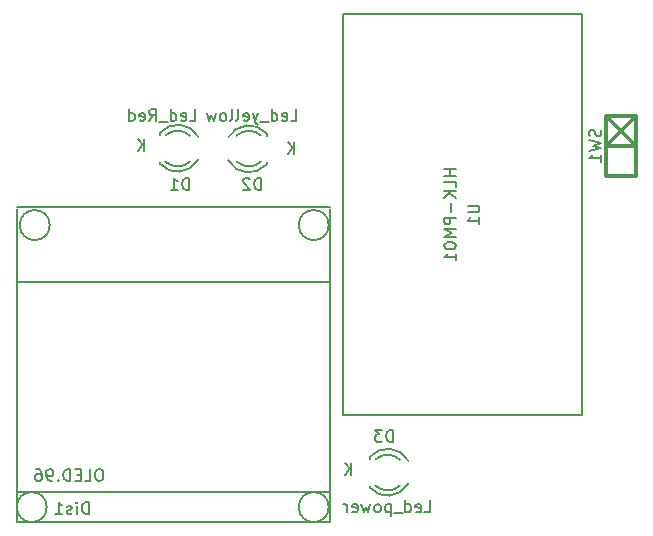
<source format=gbr>
G04 #@! TF.GenerationSoftware,KiCad,Pcbnew,5.0.2-bee76a0~70~ubuntu18.04.1*
G04 #@! TF.CreationDate,2019-09-27T11:54:25+02:00*
G04 #@! TF.ProjectId,Radiateur wemos,52616469-6174-4657-9572-2077656d6f73,rev?*
G04 #@! TF.SameCoordinates,Original*
G04 #@! TF.FileFunction,Legend,Bot*
G04 #@! TF.FilePolarity,Positive*
%FSLAX46Y46*%
G04 Gerber Fmt 4.6, Leading zero omitted, Abs format (unit mm)*
G04 Created by KiCad (PCBNEW 5.0.2-bee76a0~70~ubuntu18.04.1) date ven. 27 sept. 2019 11:54:25 CEST*
%MOMM*%
%LPD*%
G01*
G04 APERTURE LIST*
%ADD10C,0.150000*%
%ADD11C,0.200000*%
%ADD12C,0.304800*%
%ADD13C,0.203200*%
G04 APERTURE END LIST*
D10*
G04 #@! TO.C,D2*
X103852889Y-81123253D02*
G75*
G02X101805000Y-81104000I-1013889J1079253D01*
G01*
X104326220Y-81350726D02*
G75*
G02X101089000Y-81004000I-1497220J1306726D01*
G01*
X101786994Y-78910932D02*
G75*
G02X103890000Y-78910000I1052006J-1133068D01*
G01*
X101111256Y-79040357D02*
G75*
G02X104339000Y-78724000I1727744J-1003643D01*
G01*
X104339000Y-78730000D02*
X104339000Y-78910000D01*
X104339000Y-81324000D02*
X104339000Y-81124000D01*
G04 #@! TO.C,U1*
X110804000Y-68598000D02*
X131004000Y-68598000D01*
X110804000Y-102598000D02*
X110804000Y-68598000D01*
X111004000Y-102598000D02*
X110804000Y-102598000D01*
X131004000Y-102598000D02*
X111004000Y-102598000D01*
X131004000Y-68598000D02*
X131004000Y-102598000D01*
D11*
G04 #@! TO.C,Dis1*
X109601000Y-86487000D02*
G75*
G03X109601000Y-86487000I-1270000J0D01*
G01*
X85979000Y-86487000D02*
G75*
G03X85979000Y-86487000I-1270000J0D01*
G01*
X85725000Y-110363000D02*
G75*
G03X85725000Y-110363000I-1270000J0D01*
G01*
X109601000Y-110363000D02*
G75*
G03X109601000Y-110363000I-1270000J0D01*
G01*
X83185000Y-91313000D02*
X109685000Y-91313000D01*
X83185000Y-109093000D02*
X109685000Y-109093000D01*
X83185000Y-85133000D02*
X83185000Y-111633000D01*
X109685000Y-84963000D02*
X83185000Y-84963000D01*
X109685000Y-111633000D02*
X109685000Y-85133000D01*
X83185000Y-111633000D02*
X109685000Y-111633000D01*
D10*
G04 #@! TO.C,D1*
X95305000Y-78696000D02*
X95305000Y-78896000D01*
X95305000Y-81290000D02*
X95305000Y-81110000D01*
X98532744Y-80979643D02*
G75*
G02X95305000Y-81296000I-1727744J1003643D01*
G01*
X97857006Y-81109068D02*
G75*
G02X95754000Y-81110000I-1052006J1133068D01*
G01*
X95317780Y-78669274D02*
G75*
G02X98555000Y-79016000I1497220J-1306726D01*
G01*
X95791111Y-78896747D02*
G75*
G02X97839000Y-78916000I1013889J-1079253D01*
G01*
G04 #@! TO.C,D3*
X113085000Y-106128000D02*
X113085000Y-106328000D01*
X113085000Y-108722000D02*
X113085000Y-108542000D01*
X116312744Y-108411643D02*
G75*
G02X113085000Y-108728000I-1727744J1003643D01*
G01*
X115637006Y-108541068D02*
G75*
G02X113534000Y-108542000I-1052006J1133068D01*
G01*
X113097780Y-106101274D02*
G75*
G02X116335000Y-106448000I1497220J-1306726D01*
G01*
X113571111Y-106328747D02*
G75*
G02X115619000Y-106348000I1013889J-1079253D01*
G01*
D12*
G04 #@! TO.C,SW1*
X133096000Y-79756000D02*
X135636000Y-79756000D01*
X135636000Y-79756000D02*
X133096000Y-77216000D01*
X135636000Y-77216000D02*
X133096000Y-79756000D01*
X135636000Y-82296000D02*
X135636000Y-77216000D01*
X133096000Y-77216000D02*
X133096000Y-82296000D01*
X135636000Y-77216000D02*
X133096000Y-77216000D01*
X133096000Y-82296000D02*
X135636000Y-82296000D01*
G04 #@! TO.C,D2*
D10*
X103862095Y-83510380D02*
X103862095Y-82510380D01*
X103624000Y-82510380D01*
X103481142Y-82558000D01*
X103385904Y-82653238D01*
X103338285Y-82748476D01*
X103290666Y-82938952D01*
X103290666Y-83081809D01*
X103338285Y-83272285D01*
X103385904Y-83367523D01*
X103481142Y-83462761D01*
X103624000Y-83510380D01*
X103862095Y-83510380D01*
X102909714Y-82605619D02*
X102862095Y-82558000D01*
X102766857Y-82510380D01*
X102528761Y-82510380D01*
X102433523Y-82558000D01*
X102385904Y-82605619D01*
X102338285Y-82700857D01*
X102338285Y-82796095D01*
X102385904Y-82938952D01*
X102957333Y-83510380D01*
X102338285Y-83510380D01*
X106385904Y-77668380D02*
X106862095Y-77668380D01*
X106862095Y-76668380D01*
X105671619Y-77620761D02*
X105766857Y-77668380D01*
X105957333Y-77668380D01*
X106052571Y-77620761D01*
X106100190Y-77525523D01*
X106100190Y-77144571D01*
X106052571Y-77049333D01*
X105957333Y-77001714D01*
X105766857Y-77001714D01*
X105671619Y-77049333D01*
X105624000Y-77144571D01*
X105624000Y-77239809D01*
X106100190Y-77335047D01*
X104766857Y-77668380D02*
X104766857Y-76668380D01*
X104766857Y-77620761D02*
X104862095Y-77668380D01*
X105052571Y-77668380D01*
X105147809Y-77620761D01*
X105195428Y-77573142D01*
X105243047Y-77477904D01*
X105243047Y-77192190D01*
X105195428Y-77096952D01*
X105147809Y-77049333D01*
X105052571Y-77001714D01*
X104862095Y-77001714D01*
X104766857Y-77049333D01*
X104528761Y-77763619D02*
X103766857Y-77763619D01*
X103624000Y-77001714D02*
X103385904Y-77668380D01*
X103147809Y-77001714D02*
X103385904Y-77668380D01*
X103481142Y-77906476D01*
X103528761Y-77954095D01*
X103624000Y-78001714D01*
X102385904Y-77620761D02*
X102481142Y-77668380D01*
X102671619Y-77668380D01*
X102766857Y-77620761D01*
X102814476Y-77525523D01*
X102814476Y-77144571D01*
X102766857Y-77049333D01*
X102671619Y-77001714D01*
X102481142Y-77001714D01*
X102385904Y-77049333D01*
X102338285Y-77144571D01*
X102338285Y-77239809D01*
X102814476Y-77335047D01*
X101766857Y-77668380D02*
X101862095Y-77620761D01*
X101909714Y-77525523D01*
X101909714Y-76668380D01*
X101243047Y-77668380D02*
X101338285Y-77620761D01*
X101385904Y-77525523D01*
X101385904Y-76668380D01*
X100719238Y-77668380D02*
X100814476Y-77620761D01*
X100862095Y-77573142D01*
X100909714Y-77477904D01*
X100909714Y-77192190D01*
X100862095Y-77096952D01*
X100814476Y-77049333D01*
X100719238Y-77001714D01*
X100576380Y-77001714D01*
X100481142Y-77049333D01*
X100433523Y-77096952D01*
X100385904Y-77192190D01*
X100385904Y-77477904D01*
X100433523Y-77573142D01*
X100481142Y-77620761D01*
X100576380Y-77668380D01*
X100719238Y-77668380D01*
X100052571Y-77001714D02*
X99862095Y-77668380D01*
X99671619Y-77192190D01*
X99481142Y-77668380D01*
X99290666Y-77001714D01*
X106687904Y-80462380D02*
X106687904Y-79462380D01*
X106116476Y-80462380D02*
X106545047Y-79890952D01*
X106116476Y-79462380D02*
X106687904Y-80033809D01*
G04 #@! TO.C,U1*
X121356380Y-84836095D02*
X122165904Y-84836095D01*
X122261142Y-84883714D01*
X122308761Y-84931333D01*
X122356380Y-85026571D01*
X122356380Y-85217047D01*
X122308761Y-85312285D01*
X122261142Y-85359904D01*
X122165904Y-85407523D01*
X121356380Y-85407523D01*
X122356380Y-86407523D02*
X122356380Y-85836095D01*
X122356380Y-86121809D02*
X121356380Y-86121809D01*
X121499238Y-86026571D01*
X121594476Y-85931333D01*
X121642095Y-85836095D01*
X120356380Y-81764666D02*
X119356380Y-81764666D01*
X119832571Y-81764666D02*
X119832571Y-82336095D01*
X120356380Y-82336095D02*
X119356380Y-82336095D01*
X120356380Y-83288476D02*
X120356380Y-82812285D01*
X119356380Y-82812285D01*
X120356380Y-83621809D02*
X119356380Y-83621809D01*
X120356380Y-84193238D02*
X119784952Y-83764666D01*
X119356380Y-84193238D02*
X119927809Y-83621809D01*
X119975428Y-84621809D02*
X119975428Y-85383714D01*
X120356380Y-85859904D02*
X119356380Y-85859904D01*
X119356380Y-86240857D01*
X119404000Y-86336095D01*
X119451619Y-86383714D01*
X119546857Y-86431333D01*
X119689714Y-86431333D01*
X119784952Y-86383714D01*
X119832571Y-86336095D01*
X119880190Y-86240857D01*
X119880190Y-85859904D01*
X120356380Y-86859904D02*
X119356380Y-86859904D01*
X120070666Y-87193238D01*
X119356380Y-87526571D01*
X120356380Y-87526571D01*
X119356380Y-88193238D02*
X119356380Y-88288476D01*
X119404000Y-88383714D01*
X119451619Y-88431333D01*
X119546857Y-88478952D01*
X119737333Y-88526571D01*
X119975428Y-88526571D01*
X120165904Y-88478952D01*
X120261142Y-88431333D01*
X120308761Y-88383714D01*
X120356380Y-88288476D01*
X120356380Y-88193238D01*
X120308761Y-88098000D01*
X120261142Y-88050380D01*
X120165904Y-88002761D01*
X119975428Y-87955142D01*
X119737333Y-87955142D01*
X119546857Y-88002761D01*
X119451619Y-88050380D01*
X119404000Y-88098000D01*
X119356380Y-88193238D01*
X120356380Y-89478952D02*
X120356380Y-88907523D01*
X120356380Y-89193238D02*
X119356380Y-89193238D01*
X119499238Y-89098000D01*
X119594476Y-89002761D01*
X119642095Y-88907523D01*
G04 #@! TO.C,Dis1*
X89264952Y-110942380D02*
X89264952Y-109942380D01*
X89026857Y-109942380D01*
X88884000Y-109990000D01*
X88788761Y-110085238D01*
X88741142Y-110180476D01*
X88693523Y-110370952D01*
X88693523Y-110513809D01*
X88741142Y-110704285D01*
X88788761Y-110799523D01*
X88884000Y-110894761D01*
X89026857Y-110942380D01*
X89264952Y-110942380D01*
X88264952Y-110942380D02*
X88264952Y-110275714D01*
X88264952Y-109942380D02*
X88312571Y-109990000D01*
X88264952Y-110037619D01*
X88217333Y-109990000D01*
X88264952Y-109942380D01*
X88264952Y-110037619D01*
X87836380Y-110894761D02*
X87741142Y-110942380D01*
X87550666Y-110942380D01*
X87455428Y-110894761D01*
X87407809Y-110799523D01*
X87407809Y-110751904D01*
X87455428Y-110656666D01*
X87550666Y-110609047D01*
X87693523Y-110609047D01*
X87788761Y-110561428D01*
X87836380Y-110466190D01*
X87836380Y-110418571D01*
X87788761Y-110323333D01*
X87693523Y-110275714D01*
X87550666Y-110275714D01*
X87455428Y-110323333D01*
X86455428Y-110942380D02*
X87026857Y-110942380D01*
X86741142Y-110942380D02*
X86741142Y-109942380D01*
X86836380Y-110085238D01*
X86931619Y-110180476D01*
X87026857Y-110228095D01*
X90272857Y-107148380D02*
X90082380Y-107148380D01*
X89987142Y-107196000D01*
X89891904Y-107291238D01*
X89844285Y-107481714D01*
X89844285Y-107815047D01*
X89891904Y-108005523D01*
X89987142Y-108100761D01*
X90082380Y-108148380D01*
X90272857Y-108148380D01*
X90368095Y-108100761D01*
X90463333Y-108005523D01*
X90510952Y-107815047D01*
X90510952Y-107481714D01*
X90463333Y-107291238D01*
X90368095Y-107196000D01*
X90272857Y-107148380D01*
X88939523Y-108148380D02*
X89415714Y-108148380D01*
X89415714Y-107148380D01*
X88606190Y-107624571D02*
X88272857Y-107624571D01*
X88130000Y-108148380D02*
X88606190Y-108148380D01*
X88606190Y-107148380D01*
X88130000Y-107148380D01*
X87701428Y-108148380D02*
X87701428Y-107148380D01*
X87463333Y-107148380D01*
X87320476Y-107196000D01*
X87225238Y-107291238D01*
X87177619Y-107386476D01*
X87130000Y-107576952D01*
X87130000Y-107719809D01*
X87177619Y-107910285D01*
X87225238Y-108005523D01*
X87320476Y-108100761D01*
X87463333Y-108148380D01*
X87701428Y-108148380D01*
X86701428Y-108053142D02*
X86653809Y-108100761D01*
X86701428Y-108148380D01*
X86749047Y-108100761D01*
X86701428Y-108053142D01*
X86701428Y-108148380D01*
X86177619Y-108148380D02*
X85987142Y-108148380D01*
X85891904Y-108100761D01*
X85844285Y-108053142D01*
X85749047Y-107910285D01*
X85701428Y-107719809D01*
X85701428Y-107338857D01*
X85749047Y-107243619D01*
X85796666Y-107196000D01*
X85891904Y-107148380D01*
X86082380Y-107148380D01*
X86177619Y-107196000D01*
X86225238Y-107243619D01*
X86272857Y-107338857D01*
X86272857Y-107576952D01*
X86225238Y-107672190D01*
X86177619Y-107719809D01*
X86082380Y-107767428D01*
X85891904Y-107767428D01*
X85796666Y-107719809D01*
X85749047Y-107672190D01*
X85701428Y-107576952D01*
X84844285Y-107148380D02*
X85034761Y-107148380D01*
X85130000Y-107196000D01*
X85177619Y-107243619D01*
X85272857Y-107386476D01*
X85320476Y-107576952D01*
X85320476Y-107957904D01*
X85272857Y-108053142D01*
X85225238Y-108100761D01*
X85130000Y-108148380D01*
X84939523Y-108148380D01*
X84844285Y-108100761D01*
X84796666Y-108053142D01*
X84749047Y-107957904D01*
X84749047Y-107719809D01*
X84796666Y-107624571D01*
X84844285Y-107576952D01*
X84939523Y-107529333D01*
X85130000Y-107529333D01*
X85225238Y-107576952D01*
X85272857Y-107624571D01*
X85320476Y-107719809D01*
G04 #@! TO.C,D1*
X97766095Y-83510380D02*
X97766095Y-82510380D01*
X97528000Y-82510380D01*
X97385142Y-82558000D01*
X97289904Y-82653238D01*
X97242285Y-82748476D01*
X97194666Y-82938952D01*
X97194666Y-83081809D01*
X97242285Y-83272285D01*
X97289904Y-83367523D01*
X97385142Y-83462761D01*
X97528000Y-83510380D01*
X97766095Y-83510380D01*
X96242285Y-83510380D02*
X96813714Y-83510380D01*
X96528000Y-83510380D02*
X96528000Y-82510380D01*
X96623238Y-82653238D01*
X96718476Y-82748476D01*
X96813714Y-82796095D01*
X97837333Y-77668380D02*
X98313523Y-77668380D01*
X98313523Y-76668380D01*
X97123047Y-77620761D02*
X97218285Y-77668380D01*
X97408761Y-77668380D01*
X97504000Y-77620761D01*
X97551619Y-77525523D01*
X97551619Y-77144571D01*
X97504000Y-77049333D01*
X97408761Y-77001714D01*
X97218285Y-77001714D01*
X97123047Y-77049333D01*
X97075428Y-77144571D01*
X97075428Y-77239809D01*
X97551619Y-77335047D01*
X96218285Y-77668380D02*
X96218285Y-76668380D01*
X96218285Y-77620761D02*
X96313523Y-77668380D01*
X96504000Y-77668380D01*
X96599238Y-77620761D01*
X96646857Y-77573142D01*
X96694476Y-77477904D01*
X96694476Y-77192190D01*
X96646857Y-77096952D01*
X96599238Y-77049333D01*
X96504000Y-77001714D01*
X96313523Y-77001714D01*
X96218285Y-77049333D01*
X95980190Y-77763619D02*
X95218285Y-77763619D01*
X94408761Y-77668380D02*
X94742095Y-77192190D01*
X94980190Y-77668380D02*
X94980190Y-76668380D01*
X94599238Y-76668380D01*
X94504000Y-76716000D01*
X94456380Y-76763619D01*
X94408761Y-76858857D01*
X94408761Y-77001714D01*
X94456380Y-77096952D01*
X94504000Y-77144571D01*
X94599238Y-77192190D01*
X94980190Y-77192190D01*
X93599238Y-77620761D02*
X93694476Y-77668380D01*
X93884952Y-77668380D01*
X93980190Y-77620761D01*
X94027809Y-77525523D01*
X94027809Y-77144571D01*
X93980190Y-77049333D01*
X93884952Y-77001714D01*
X93694476Y-77001714D01*
X93599238Y-77049333D01*
X93551619Y-77144571D01*
X93551619Y-77239809D01*
X94027809Y-77335047D01*
X92694476Y-77668380D02*
X92694476Y-76668380D01*
X92694476Y-77620761D02*
X92789714Y-77668380D01*
X92980190Y-77668380D01*
X93075428Y-77620761D01*
X93123047Y-77573142D01*
X93170666Y-77477904D01*
X93170666Y-77192190D01*
X93123047Y-77096952D01*
X93075428Y-77049333D01*
X92980190Y-77001714D01*
X92789714Y-77001714D01*
X92694476Y-77049333D01*
X93987904Y-80208380D02*
X93987904Y-79208380D01*
X93416476Y-80208380D02*
X93845047Y-79636952D01*
X93416476Y-79208380D02*
X93987904Y-79779809D01*
G04 #@! TO.C,D3*
X115038095Y-104834380D02*
X115038095Y-103834380D01*
X114800000Y-103834380D01*
X114657142Y-103882000D01*
X114561904Y-103977238D01*
X114514285Y-104072476D01*
X114466666Y-104262952D01*
X114466666Y-104405809D01*
X114514285Y-104596285D01*
X114561904Y-104691523D01*
X114657142Y-104786761D01*
X114800000Y-104834380D01*
X115038095Y-104834380D01*
X114133333Y-103834380D02*
X113514285Y-103834380D01*
X113847619Y-104215333D01*
X113704761Y-104215333D01*
X113609523Y-104262952D01*
X113561904Y-104310571D01*
X113514285Y-104405809D01*
X113514285Y-104643904D01*
X113561904Y-104739142D01*
X113609523Y-104786761D01*
X113704761Y-104834380D01*
X113990476Y-104834380D01*
X114085714Y-104786761D01*
X114133333Y-104739142D01*
X117703047Y-110794380D02*
X118179238Y-110794380D01*
X118179238Y-109794380D01*
X116988761Y-110746761D02*
X117084000Y-110794380D01*
X117274476Y-110794380D01*
X117369714Y-110746761D01*
X117417333Y-110651523D01*
X117417333Y-110270571D01*
X117369714Y-110175333D01*
X117274476Y-110127714D01*
X117084000Y-110127714D01*
X116988761Y-110175333D01*
X116941142Y-110270571D01*
X116941142Y-110365809D01*
X117417333Y-110461047D01*
X116084000Y-110794380D02*
X116084000Y-109794380D01*
X116084000Y-110746761D02*
X116179238Y-110794380D01*
X116369714Y-110794380D01*
X116464952Y-110746761D01*
X116512571Y-110699142D01*
X116560190Y-110603904D01*
X116560190Y-110318190D01*
X116512571Y-110222952D01*
X116464952Y-110175333D01*
X116369714Y-110127714D01*
X116179238Y-110127714D01*
X116084000Y-110175333D01*
X115845904Y-110889619D02*
X115084000Y-110889619D01*
X114845904Y-110127714D02*
X114845904Y-111127714D01*
X114845904Y-110175333D02*
X114750666Y-110127714D01*
X114560190Y-110127714D01*
X114464952Y-110175333D01*
X114417333Y-110222952D01*
X114369714Y-110318190D01*
X114369714Y-110603904D01*
X114417333Y-110699142D01*
X114464952Y-110746761D01*
X114560190Y-110794380D01*
X114750666Y-110794380D01*
X114845904Y-110746761D01*
X113798285Y-110794380D02*
X113893523Y-110746761D01*
X113941142Y-110699142D01*
X113988761Y-110603904D01*
X113988761Y-110318190D01*
X113941142Y-110222952D01*
X113893523Y-110175333D01*
X113798285Y-110127714D01*
X113655428Y-110127714D01*
X113560190Y-110175333D01*
X113512571Y-110222952D01*
X113464952Y-110318190D01*
X113464952Y-110603904D01*
X113512571Y-110699142D01*
X113560190Y-110746761D01*
X113655428Y-110794380D01*
X113798285Y-110794380D01*
X113131619Y-110127714D02*
X112941142Y-110794380D01*
X112750666Y-110318190D01*
X112560190Y-110794380D01*
X112369714Y-110127714D01*
X111607809Y-110746761D02*
X111703047Y-110794380D01*
X111893523Y-110794380D01*
X111988761Y-110746761D01*
X112036380Y-110651523D01*
X112036380Y-110270571D01*
X111988761Y-110175333D01*
X111893523Y-110127714D01*
X111703047Y-110127714D01*
X111607809Y-110175333D01*
X111560190Y-110270571D01*
X111560190Y-110365809D01*
X112036380Y-110461047D01*
X111131619Y-110794380D02*
X111131619Y-110127714D01*
X111131619Y-110318190D02*
X111084000Y-110222952D01*
X111036380Y-110175333D01*
X110941142Y-110127714D01*
X110845904Y-110127714D01*
X111513904Y-107640380D02*
X111513904Y-106640380D01*
X110942476Y-107640380D02*
X111371047Y-107068952D01*
X110942476Y-106640380D02*
X111513904Y-107211809D01*
G04 #@! TO.C,SW1*
D13*
X132618238Y-78401333D02*
X132666619Y-78546476D01*
X132666619Y-78788380D01*
X132618238Y-78885142D01*
X132569857Y-78933523D01*
X132473095Y-78981904D01*
X132376333Y-78981904D01*
X132279571Y-78933523D01*
X132231190Y-78885142D01*
X132182809Y-78788380D01*
X132134428Y-78594857D01*
X132086047Y-78498095D01*
X132037666Y-78449714D01*
X131940904Y-78401333D01*
X131844142Y-78401333D01*
X131747380Y-78449714D01*
X131699000Y-78498095D01*
X131650619Y-78594857D01*
X131650619Y-78836761D01*
X131699000Y-78981904D01*
X131650619Y-79320571D02*
X132666619Y-79562476D01*
X131940904Y-79756000D01*
X132666619Y-79949523D01*
X131650619Y-80191428D01*
X132666619Y-81110666D02*
X132666619Y-80530095D01*
X132666619Y-80820380D02*
X131650619Y-80820380D01*
X131795761Y-80723619D01*
X131892523Y-80626857D01*
X131940904Y-80530095D01*
G04 #@! TD*
M02*

</source>
